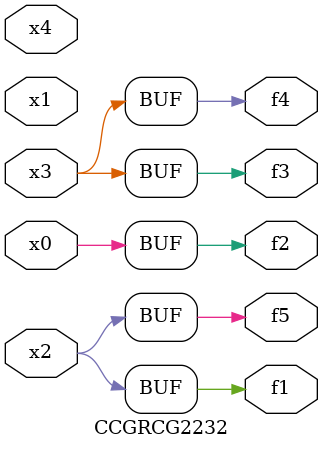
<source format=v>
module CCGRCG2232(
	input x0, x1, x2, x3, x4,
	output f1, f2, f3, f4, f5
);
	assign f1 = x2;
	assign f2 = x0;
	assign f3 = x3;
	assign f4 = x3;
	assign f5 = x2;
endmodule

</source>
